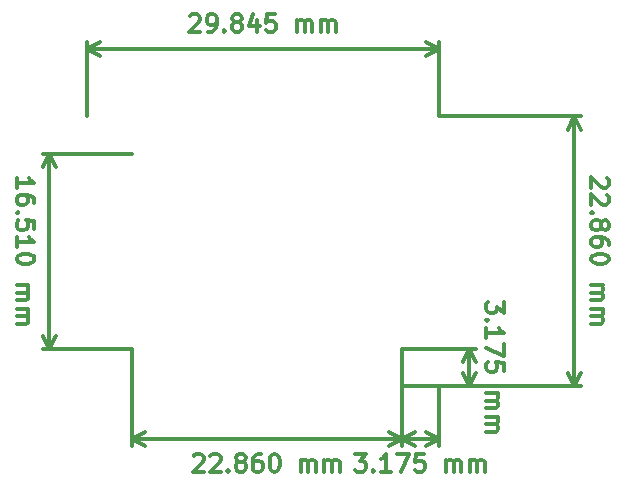
<source format=gbr>
G04 #@! TF.GenerationSoftware,KiCad,Pcbnew,(5.0.0)*
G04 #@! TF.CreationDate,2018-10-05T12:29:06-03:00*
G04 #@! TF.ProjectId,Kurupira 2,4B7572757069726120322E6B69636164,rev?*
G04 #@! TF.SameCoordinates,Original*
G04 #@! TF.FileFunction,Legend,Bot*
G04 #@! TF.FilePolarity,Positive*
%FSLAX46Y46*%
G04 Gerber Fmt 4.6, Leading zero omitted, Abs format (unit mm)*
G04 Created by KiCad (PCBNEW (5.0.0)) date 10/05/18 12:29:06*
%MOMM*%
%LPD*%
G01*
G04 APERTURE LIST*
%ADD10C,0.300000*%
G04 APERTURE END LIST*
D10*
X147455714Y-120166428D02*
X147527142Y-120095000D01*
X147670000Y-120023571D01*
X148027142Y-120023571D01*
X148170000Y-120095000D01*
X148241428Y-120166428D01*
X148312857Y-120309285D01*
X148312857Y-120452142D01*
X148241428Y-120666428D01*
X147384285Y-121523571D01*
X148312857Y-121523571D01*
X148884285Y-120166428D02*
X148955714Y-120095000D01*
X149098571Y-120023571D01*
X149455714Y-120023571D01*
X149598571Y-120095000D01*
X149670000Y-120166428D01*
X149741428Y-120309285D01*
X149741428Y-120452142D01*
X149670000Y-120666428D01*
X148812857Y-121523571D01*
X149741428Y-121523571D01*
X150384285Y-121380714D02*
X150455714Y-121452142D01*
X150384285Y-121523571D01*
X150312857Y-121452142D01*
X150384285Y-121380714D01*
X150384285Y-121523571D01*
X151312857Y-120666428D02*
X151170000Y-120595000D01*
X151098571Y-120523571D01*
X151027142Y-120380714D01*
X151027142Y-120309285D01*
X151098571Y-120166428D01*
X151170000Y-120095000D01*
X151312857Y-120023571D01*
X151598571Y-120023571D01*
X151741428Y-120095000D01*
X151812857Y-120166428D01*
X151884285Y-120309285D01*
X151884285Y-120380714D01*
X151812857Y-120523571D01*
X151741428Y-120595000D01*
X151598571Y-120666428D01*
X151312857Y-120666428D01*
X151170000Y-120737857D01*
X151098571Y-120809285D01*
X151027142Y-120952142D01*
X151027142Y-121237857D01*
X151098571Y-121380714D01*
X151170000Y-121452142D01*
X151312857Y-121523571D01*
X151598571Y-121523571D01*
X151741428Y-121452142D01*
X151812857Y-121380714D01*
X151884285Y-121237857D01*
X151884285Y-120952142D01*
X151812857Y-120809285D01*
X151741428Y-120737857D01*
X151598571Y-120666428D01*
X153170000Y-120023571D02*
X152884285Y-120023571D01*
X152741428Y-120095000D01*
X152670000Y-120166428D01*
X152527142Y-120380714D01*
X152455714Y-120666428D01*
X152455714Y-121237857D01*
X152527142Y-121380714D01*
X152598571Y-121452142D01*
X152741428Y-121523571D01*
X153027142Y-121523571D01*
X153170000Y-121452142D01*
X153241428Y-121380714D01*
X153312857Y-121237857D01*
X153312857Y-120880714D01*
X153241428Y-120737857D01*
X153170000Y-120666428D01*
X153027142Y-120595000D01*
X152741428Y-120595000D01*
X152598571Y-120666428D01*
X152527142Y-120737857D01*
X152455714Y-120880714D01*
X154241428Y-120023571D02*
X154384285Y-120023571D01*
X154527142Y-120095000D01*
X154598571Y-120166428D01*
X154670000Y-120309285D01*
X154741428Y-120595000D01*
X154741428Y-120952142D01*
X154670000Y-121237857D01*
X154598571Y-121380714D01*
X154527142Y-121452142D01*
X154384285Y-121523571D01*
X154241428Y-121523571D01*
X154098571Y-121452142D01*
X154027142Y-121380714D01*
X153955714Y-121237857D01*
X153884285Y-120952142D01*
X153884285Y-120595000D01*
X153955714Y-120309285D01*
X154027142Y-120166428D01*
X154098571Y-120095000D01*
X154241428Y-120023571D01*
X156527142Y-121523571D02*
X156527142Y-120523571D01*
X156527142Y-120666428D02*
X156598571Y-120595000D01*
X156741428Y-120523571D01*
X156955714Y-120523571D01*
X157098571Y-120595000D01*
X157170000Y-120737857D01*
X157170000Y-121523571D01*
X157170000Y-120737857D02*
X157241428Y-120595000D01*
X157384285Y-120523571D01*
X157598571Y-120523571D01*
X157741428Y-120595000D01*
X157812857Y-120737857D01*
X157812857Y-121523571D01*
X158527142Y-121523571D02*
X158527142Y-120523571D01*
X158527142Y-120666428D02*
X158598571Y-120595000D01*
X158741428Y-120523571D01*
X158955714Y-120523571D01*
X159098571Y-120595000D01*
X159170000Y-120737857D01*
X159170000Y-121523571D01*
X159170000Y-120737857D02*
X159241428Y-120595000D01*
X159384285Y-120523571D01*
X159598571Y-120523571D01*
X159741428Y-120595000D01*
X159812857Y-120737857D01*
X159812857Y-121523571D01*
X165100000Y-118745000D02*
X142240000Y-118745000D01*
X165100000Y-111125000D02*
X165100000Y-119331421D01*
X142240000Y-111125000D02*
X142240000Y-119331421D01*
X142240000Y-118745000D02*
X143366504Y-118158579D01*
X142240000Y-118745000D02*
X143366504Y-119331421D01*
X165100000Y-118745000D02*
X163973496Y-118158579D01*
X165100000Y-118745000D02*
X163973496Y-119331421D01*
X132476428Y-97512857D02*
X132476428Y-96655714D01*
X132476428Y-97084285D02*
X133976428Y-97084285D01*
X133762142Y-96941428D01*
X133619285Y-96798571D01*
X133547857Y-96655714D01*
X133976428Y-98798571D02*
X133976428Y-98512857D01*
X133905000Y-98370000D01*
X133833571Y-98298571D01*
X133619285Y-98155714D01*
X133333571Y-98084285D01*
X132762142Y-98084285D01*
X132619285Y-98155714D01*
X132547857Y-98227142D01*
X132476428Y-98370000D01*
X132476428Y-98655714D01*
X132547857Y-98798571D01*
X132619285Y-98870000D01*
X132762142Y-98941428D01*
X133119285Y-98941428D01*
X133262142Y-98870000D01*
X133333571Y-98798571D01*
X133405000Y-98655714D01*
X133405000Y-98370000D01*
X133333571Y-98227142D01*
X133262142Y-98155714D01*
X133119285Y-98084285D01*
X132619285Y-99584285D02*
X132547857Y-99655714D01*
X132476428Y-99584285D01*
X132547857Y-99512857D01*
X132619285Y-99584285D01*
X132476428Y-99584285D01*
X133976428Y-101012857D02*
X133976428Y-100298571D01*
X133262142Y-100227142D01*
X133333571Y-100298571D01*
X133405000Y-100441428D01*
X133405000Y-100798571D01*
X133333571Y-100941428D01*
X133262142Y-101012857D01*
X133119285Y-101084285D01*
X132762142Y-101084285D01*
X132619285Y-101012857D01*
X132547857Y-100941428D01*
X132476428Y-100798571D01*
X132476428Y-100441428D01*
X132547857Y-100298571D01*
X132619285Y-100227142D01*
X132476428Y-102512857D02*
X132476428Y-101655714D01*
X132476428Y-102084285D02*
X133976428Y-102084285D01*
X133762142Y-101941428D01*
X133619285Y-101798571D01*
X133547857Y-101655714D01*
X133976428Y-103441428D02*
X133976428Y-103584285D01*
X133905000Y-103727142D01*
X133833571Y-103798571D01*
X133690714Y-103870000D01*
X133405000Y-103941428D01*
X133047857Y-103941428D01*
X132762142Y-103870000D01*
X132619285Y-103798571D01*
X132547857Y-103727142D01*
X132476428Y-103584285D01*
X132476428Y-103441428D01*
X132547857Y-103298571D01*
X132619285Y-103227142D01*
X132762142Y-103155714D01*
X133047857Y-103084285D01*
X133405000Y-103084285D01*
X133690714Y-103155714D01*
X133833571Y-103227142D01*
X133905000Y-103298571D01*
X133976428Y-103441428D01*
X132476428Y-105727142D02*
X133476428Y-105727142D01*
X133333571Y-105727142D02*
X133405000Y-105798571D01*
X133476428Y-105941428D01*
X133476428Y-106155714D01*
X133405000Y-106298571D01*
X133262142Y-106370000D01*
X132476428Y-106370000D01*
X133262142Y-106370000D02*
X133405000Y-106441428D01*
X133476428Y-106584285D01*
X133476428Y-106798571D01*
X133405000Y-106941428D01*
X133262142Y-107012857D01*
X132476428Y-107012857D01*
X132476428Y-107727142D02*
X133476428Y-107727142D01*
X133333571Y-107727142D02*
X133405000Y-107798571D01*
X133476428Y-107941428D01*
X133476428Y-108155714D01*
X133405000Y-108298571D01*
X133262142Y-108370000D01*
X132476428Y-108370000D01*
X133262142Y-108370000D02*
X133405000Y-108441428D01*
X133476428Y-108584285D01*
X133476428Y-108798571D01*
X133405000Y-108941428D01*
X133262142Y-109012857D01*
X132476428Y-109012857D01*
X135255000Y-94615000D02*
X135255000Y-111125000D01*
X142240000Y-94615000D02*
X134668579Y-94615000D01*
X142240000Y-111125000D02*
X134668579Y-111125000D01*
X135255000Y-111125000D02*
X134668579Y-109998496D01*
X135255000Y-111125000D02*
X135841421Y-109998496D01*
X135255000Y-94615000D02*
X134668579Y-95741504D01*
X135255000Y-94615000D02*
X135841421Y-95741504D01*
X182483571Y-96655714D02*
X182555000Y-96727142D01*
X182626428Y-96870000D01*
X182626428Y-97227142D01*
X182555000Y-97370000D01*
X182483571Y-97441428D01*
X182340714Y-97512857D01*
X182197857Y-97512857D01*
X181983571Y-97441428D01*
X181126428Y-96584285D01*
X181126428Y-97512857D01*
X182483571Y-98084285D02*
X182555000Y-98155714D01*
X182626428Y-98298571D01*
X182626428Y-98655714D01*
X182555000Y-98798571D01*
X182483571Y-98870000D01*
X182340714Y-98941428D01*
X182197857Y-98941428D01*
X181983571Y-98870000D01*
X181126428Y-98012857D01*
X181126428Y-98941428D01*
X181269285Y-99584285D02*
X181197857Y-99655714D01*
X181126428Y-99584285D01*
X181197857Y-99512857D01*
X181269285Y-99584285D01*
X181126428Y-99584285D01*
X181983571Y-100512857D02*
X182055000Y-100370000D01*
X182126428Y-100298571D01*
X182269285Y-100227142D01*
X182340714Y-100227142D01*
X182483571Y-100298571D01*
X182555000Y-100370000D01*
X182626428Y-100512857D01*
X182626428Y-100798571D01*
X182555000Y-100941428D01*
X182483571Y-101012857D01*
X182340714Y-101084285D01*
X182269285Y-101084285D01*
X182126428Y-101012857D01*
X182055000Y-100941428D01*
X181983571Y-100798571D01*
X181983571Y-100512857D01*
X181912142Y-100370000D01*
X181840714Y-100298571D01*
X181697857Y-100227142D01*
X181412142Y-100227142D01*
X181269285Y-100298571D01*
X181197857Y-100370000D01*
X181126428Y-100512857D01*
X181126428Y-100798571D01*
X181197857Y-100941428D01*
X181269285Y-101012857D01*
X181412142Y-101084285D01*
X181697857Y-101084285D01*
X181840714Y-101012857D01*
X181912142Y-100941428D01*
X181983571Y-100798571D01*
X182626428Y-102370000D02*
X182626428Y-102084285D01*
X182555000Y-101941428D01*
X182483571Y-101870000D01*
X182269285Y-101727142D01*
X181983571Y-101655714D01*
X181412142Y-101655714D01*
X181269285Y-101727142D01*
X181197857Y-101798571D01*
X181126428Y-101941428D01*
X181126428Y-102227142D01*
X181197857Y-102370000D01*
X181269285Y-102441428D01*
X181412142Y-102512857D01*
X181769285Y-102512857D01*
X181912142Y-102441428D01*
X181983571Y-102370000D01*
X182055000Y-102227142D01*
X182055000Y-101941428D01*
X181983571Y-101798571D01*
X181912142Y-101727142D01*
X181769285Y-101655714D01*
X182626428Y-103441428D02*
X182626428Y-103584285D01*
X182555000Y-103727142D01*
X182483571Y-103798571D01*
X182340714Y-103870000D01*
X182055000Y-103941428D01*
X181697857Y-103941428D01*
X181412142Y-103870000D01*
X181269285Y-103798571D01*
X181197857Y-103727142D01*
X181126428Y-103584285D01*
X181126428Y-103441428D01*
X181197857Y-103298571D01*
X181269285Y-103227142D01*
X181412142Y-103155714D01*
X181697857Y-103084285D01*
X182055000Y-103084285D01*
X182340714Y-103155714D01*
X182483571Y-103227142D01*
X182555000Y-103298571D01*
X182626428Y-103441428D01*
X181126428Y-105727142D02*
X182126428Y-105727142D01*
X181983571Y-105727142D02*
X182055000Y-105798571D01*
X182126428Y-105941428D01*
X182126428Y-106155714D01*
X182055000Y-106298571D01*
X181912142Y-106370000D01*
X181126428Y-106370000D01*
X181912142Y-106370000D02*
X182055000Y-106441428D01*
X182126428Y-106584285D01*
X182126428Y-106798571D01*
X182055000Y-106941428D01*
X181912142Y-107012857D01*
X181126428Y-107012857D01*
X181126428Y-107727142D02*
X182126428Y-107727142D01*
X181983571Y-107727142D02*
X182055000Y-107798571D01*
X182126428Y-107941428D01*
X182126428Y-108155714D01*
X182055000Y-108298571D01*
X181912142Y-108370000D01*
X181126428Y-108370000D01*
X181912142Y-108370000D02*
X182055000Y-108441428D01*
X182126428Y-108584285D01*
X182126428Y-108798571D01*
X182055000Y-108941428D01*
X181912142Y-109012857D01*
X181126428Y-109012857D01*
X179705000Y-91440000D02*
X179705000Y-114300000D01*
X168275000Y-91440000D02*
X180291421Y-91440000D01*
X168275000Y-114300000D02*
X180291421Y-114300000D01*
X179705000Y-114300000D02*
X179118579Y-113173496D01*
X179705000Y-114300000D02*
X180291421Y-113173496D01*
X179705000Y-91440000D02*
X179118579Y-92566504D01*
X179705000Y-91440000D02*
X180291421Y-92566504D01*
X173736428Y-107141071D02*
X173736428Y-108069642D01*
X173165000Y-107569642D01*
X173165000Y-107783928D01*
X173093571Y-107926785D01*
X173022142Y-107998214D01*
X172879285Y-108069642D01*
X172522142Y-108069642D01*
X172379285Y-107998214D01*
X172307857Y-107926785D01*
X172236428Y-107783928D01*
X172236428Y-107355357D01*
X172307857Y-107212500D01*
X172379285Y-107141071D01*
X172379285Y-108712500D02*
X172307857Y-108783928D01*
X172236428Y-108712500D01*
X172307857Y-108641071D01*
X172379285Y-108712500D01*
X172236428Y-108712500D01*
X172236428Y-110212500D02*
X172236428Y-109355357D01*
X172236428Y-109783928D02*
X173736428Y-109783928D01*
X173522142Y-109641071D01*
X173379285Y-109498214D01*
X173307857Y-109355357D01*
X173736428Y-110712500D02*
X173736428Y-111712500D01*
X172236428Y-111069642D01*
X173736428Y-112998214D02*
X173736428Y-112283928D01*
X173022142Y-112212500D01*
X173093571Y-112283928D01*
X173165000Y-112426785D01*
X173165000Y-112783928D01*
X173093571Y-112926785D01*
X173022142Y-112998214D01*
X172879285Y-113069642D01*
X172522142Y-113069642D01*
X172379285Y-112998214D01*
X172307857Y-112926785D01*
X172236428Y-112783928D01*
X172236428Y-112426785D01*
X172307857Y-112283928D01*
X172379285Y-112212500D01*
X172236428Y-114855357D02*
X173236428Y-114855357D01*
X173093571Y-114855357D02*
X173165000Y-114926785D01*
X173236428Y-115069642D01*
X173236428Y-115283928D01*
X173165000Y-115426785D01*
X173022142Y-115498214D01*
X172236428Y-115498214D01*
X173022142Y-115498214D02*
X173165000Y-115569642D01*
X173236428Y-115712500D01*
X173236428Y-115926785D01*
X173165000Y-116069642D01*
X173022142Y-116141071D01*
X172236428Y-116141071D01*
X172236428Y-116855357D02*
X173236428Y-116855357D01*
X173093571Y-116855357D02*
X173165000Y-116926785D01*
X173236428Y-117069642D01*
X173236428Y-117283928D01*
X173165000Y-117426785D01*
X173022142Y-117498214D01*
X172236428Y-117498214D01*
X173022142Y-117498214D02*
X173165000Y-117569642D01*
X173236428Y-117712500D01*
X173236428Y-117926785D01*
X173165000Y-118069642D01*
X173022142Y-118141071D01*
X172236428Y-118141071D01*
X170815000Y-111125000D02*
X170815000Y-114300000D01*
X165100000Y-111125000D02*
X171401421Y-111125000D01*
X165100000Y-114300000D02*
X171401421Y-114300000D01*
X170815000Y-114300000D02*
X170228579Y-113173496D01*
X170815000Y-114300000D02*
X171401421Y-113173496D01*
X170815000Y-111125000D02*
X170228579Y-112251504D01*
X170815000Y-111125000D02*
X171401421Y-112251504D01*
X161116071Y-120023571D02*
X162044642Y-120023571D01*
X161544642Y-120595000D01*
X161758928Y-120595000D01*
X161901785Y-120666428D01*
X161973214Y-120737857D01*
X162044642Y-120880714D01*
X162044642Y-121237857D01*
X161973214Y-121380714D01*
X161901785Y-121452142D01*
X161758928Y-121523571D01*
X161330357Y-121523571D01*
X161187500Y-121452142D01*
X161116071Y-121380714D01*
X162687500Y-121380714D02*
X162758928Y-121452142D01*
X162687500Y-121523571D01*
X162616071Y-121452142D01*
X162687500Y-121380714D01*
X162687500Y-121523571D01*
X164187500Y-121523571D02*
X163330357Y-121523571D01*
X163758928Y-121523571D02*
X163758928Y-120023571D01*
X163616071Y-120237857D01*
X163473214Y-120380714D01*
X163330357Y-120452142D01*
X164687500Y-120023571D02*
X165687500Y-120023571D01*
X165044642Y-121523571D01*
X166973214Y-120023571D02*
X166258928Y-120023571D01*
X166187500Y-120737857D01*
X166258928Y-120666428D01*
X166401785Y-120595000D01*
X166758928Y-120595000D01*
X166901785Y-120666428D01*
X166973214Y-120737857D01*
X167044642Y-120880714D01*
X167044642Y-121237857D01*
X166973214Y-121380714D01*
X166901785Y-121452142D01*
X166758928Y-121523571D01*
X166401785Y-121523571D01*
X166258928Y-121452142D01*
X166187500Y-121380714D01*
X168830357Y-121523571D02*
X168830357Y-120523571D01*
X168830357Y-120666428D02*
X168901785Y-120595000D01*
X169044642Y-120523571D01*
X169258928Y-120523571D01*
X169401785Y-120595000D01*
X169473214Y-120737857D01*
X169473214Y-121523571D01*
X169473214Y-120737857D02*
X169544642Y-120595000D01*
X169687500Y-120523571D01*
X169901785Y-120523571D01*
X170044642Y-120595000D01*
X170116071Y-120737857D01*
X170116071Y-121523571D01*
X170830357Y-121523571D02*
X170830357Y-120523571D01*
X170830357Y-120666428D02*
X170901785Y-120595000D01*
X171044642Y-120523571D01*
X171258928Y-120523571D01*
X171401785Y-120595000D01*
X171473214Y-120737857D01*
X171473214Y-121523571D01*
X171473214Y-120737857D02*
X171544642Y-120595000D01*
X171687500Y-120523571D01*
X171901785Y-120523571D01*
X172044642Y-120595000D01*
X172116071Y-120737857D01*
X172116071Y-121523571D01*
X165100000Y-118745000D02*
X168275000Y-118745000D01*
X165100000Y-114300000D02*
X165100000Y-119331421D01*
X168275000Y-114300000D02*
X168275000Y-119331421D01*
X168275000Y-118745000D02*
X167148496Y-119331421D01*
X168275000Y-118745000D02*
X167148496Y-118158579D01*
X165100000Y-118745000D02*
X166226504Y-119331421D01*
X165100000Y-118745000D02*
X166226504Y-118158579D01*
X147138214Y-82946428D02*
X147209642Y-82875000D01*
X147352500Y-82803571D01*
X147709642Y-82803571D01*
X147852500Y-82875000D01*
X147923928Y-82946428D01*
X147995357Y-83089285D01*
X147995357Y-83232142D01*
X147923928Y-83446428D01*
X147066785Y-84303571D01*
X147995357Y-84303571D01*
X148709642Y-84303571D02*
X148995357Y-84303571D01*
X149138214Y-84232142D01*
X149209642Y-84160714D01*
X149352500Y-83946428D01*
X149423928Y-83660714D01*
X149423928Y-83089285D01*
X149352500Y-82946428D01*
X149281071Y-82875000D01*
X149138214Y-82803571D01*
X148852500Y-82803571D01*
X148709642Y-82875000D01*
X148638214Y-82946428D01*
X148566785Y-83089285D01*
X148566785Y-83446428D01*
X148638214Y-83589285D01*
X148709642Y-83660714D01*
X148852500Y-83732142D01*
X149138214Y-83732142D01*
X149281071Y-83660714D01*
X149352500Y-83589285D01*
X149423928Y-83446428D01*
X150066785Y-84160714D02*
X150138214Y-84232142D01*
X150066785Y-84303571D01*
X149995357Y-84232142D01*
X150066785Y-84160714D01*
X150066785Y-84303571D01*
X150995357Y-83446428D02*
X150852500Y-83375000D01*
X150781071Y-83303571D01*
X150709642Y-83160714D01*
X150709642Y-83089285D01*
X150781071Y-82946428D01*
X150852500Y-82875000D01*
X150995357Y-82803571D01*
X151281071Y-82803571D01*
X151423928Y-82875000D01*
X151495357Y-82946428D01*
X151566785Y-83089285D01*
X151566785Y-83160714D01*
X151495357Y-83303571D01*
X151423928Y-83375000D01*
X151281071Y-83446428D01*
X150995357Y-83446428D01*
X150852500Y-83517857D01*
X150781071Y-83589285D01*
X150709642Y-83732142D01*
X150709642Y-84017857D01*
X150781071Y-84160714D01*
X150852500Y-84232142D01*
X150995357Y-84303571D01*
X151281071Y-84303571D01*
X151423928Y-84232142D01*
X151495357Y-84160714D01*
X151566785Y-84017857D01*
X151566785Y-83732142D01*
X151495357Y-83589285D01*
X151423928Y-83517857D01*
X151281071Y-83446428D01*
X152852500Y-83303571D02*
X152852500Y-84303571D01*
X152495357Y-82732142D02*
X152138214Y-83803571D01*
X153066785Y-83803571D01*
X154352500Y-82803571D02*
X153638214Y-82803571D01*
X153566785Y-83517857D01*
X153638214Y-83446428D01*
X153781071Y-83375000D01*
X154138214Y-83375000D01*
X154281071Y-83446428D01*
X154352500Y-83517857D01*
X154423928Y-83660714D01*
X154423928Y-84017857D01*
X154352500Y-84160714D01*
X154281071Y-84232142D01*
X154138214Y-84303571D01*
X153781071Y-84303571D01*
X153638214Y-84232142D01*
X153566785Y-84160714D01*
X156209642Y-84303571D02*
X156209642Y-83303571D01*
X156209642Y-83446428D02*
X156281071Y-83375000D01*
X156423928Y-83303571D01*
X156638214Y-83303571D01*
X156781071Y-83375000D01*
X156852500Y-83517857D01*
X156852500Y-84303571D01*
X156852500Y-83517857D02*
X156923928Y-83375000D01*
X157066785Y-83303571D01*
X157281071Y-83303571D01*
X157423928Y-83375000D01*
X157495357Y-83517857D01*
X157495357Y-84303571D01*
X158209642Y-84303571D02*
X158209642Y-83303571D01*
X158209642Y-83446428D02*
X158281071Y-83375000D01*
X158423928Y-83303571D01*
X158638214Y-83303571D01*
X158781071Y-83375000D01*
X158852500Y-83517857D01*
X158852500Y-84303571D01*
X158852500Y-83517857D02*
X158923928Y-83375000D01*
X159066785Y-83303571D01*
X159281071Y-83303571D01*
X159423928Y-83375000D01*
X159495357Y-83517857D01*
X159495357Y-84303571D01*
X168275000Y-85725000D02*
X138430000Y-85725000D01*
X168275000Y-91440000D02*
X168275000Y-85138579D01*
X138430000Y-91440000D02*
X138430000Y-85138579D01*
X138430000Y-85725000D02*
X139556504Y-85138579D01*
X138430000Y-85725000D02*
X139556504Y-86311421D01*
X168275000Y-85725000D02*
X167148496Y-85138579D01*
X168275000Y-85725000D02*
X167148496Y-86311421D01*
M02*

</source>
